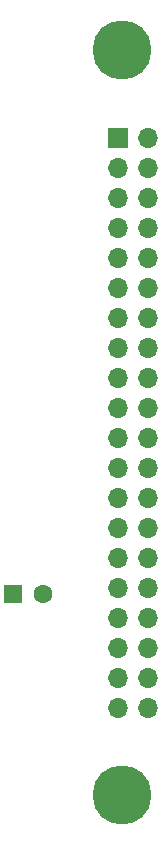
<source format=gbr>
%TF.GenerationSoftware,KiCad,Pcbnew,(6.0.4)*%
%TF.CreationDate,2022-06-04T04:29:55-07:00*%
%TF.ProjectId,pb_orangepi - hori,70625f6f-7261-46e6-9765-7069202d2068,rev?*%
%TF.SameCoordinates,PX9896800PY4d3f640*%
%TF.FileFunction,Copper,L2,Bot*%
%TF.FilePolarity,Positive*%
%FSLAX46Y46*%
G04 Gerber Fmt 4.6, Leading zero omitted, Abs format (unit mm)*
G04 Created by KiCad (PCBNEW (6.0.4)) date 2022-06-04 04:29:55*
%MOMM*%
%LPD*%
G01*
G04 APERTURE LIST*
%TA.AperFunction,ComponentPad*%
%ADD10R,1.600000X1.600000*%
%TD*%
%TA.AperFunction,ComponentPad*%
%ADD11C,1.600000*%
%TD*%
%TA.AperFunction,ComponentPad*%
%ADD12R,1.700000X1.700000*%
%TD*%
%TA.AperFunction,ComponentPad*%
%ADD13O,1.700000X1.700000*%
%TD*%
%TA.AperFunction,ViaPad*%
%ADD14C,5.000000*%
%TD*%
G04 APERTURE END LIST*
D10*
%TO.P,C1,1*%
%TO.N,+3V3*%
X6000000Y-49000000D03*
D11*
%TO.P,C1,2*%
%TO.N,GND*%
X8500000Y-49000000D03*
%TD*%
D12*
%TO.P,J1,1,Pin_1*%
%TO.N,unconnected-(J1-Pad1)*%
X14880000Y-10400000D03*
D13*
%TO.P,J1,2,Pin_2*%
%TO.N,unconnected-(J1-Pad2)*%
X17420000Y-10400000D03*
%TO.P,J1,3,Pin_3*%
%TO.N,unconnected-(J1-Pad3)*%
X14880000Y-12940000D03*
%TO.P,J1,4,Pin_4*%
%TO.N,unconnected-(J1-Pad4)*%
X17420000Y-12940000D03*
%TO.P,J1,5,Pin_5*%
%TO.N,unconnected-(J1-Pad5)*%
X14880000Y-15480000D03*
%TO.P,J1,6,Pin_6*%
%TO.N,unconnected-(J1-Pad6)*%
X17420000Y-15480000D03*
%TO.P,J1,7,Pin_7*%
%TO.N,unconnected-(J1-Pad7)*%
X14880000Y-18020000D03*
%TO.P,J1,8,Pin_8*%
%TO.N,unconnected-(J1-Pad8)*%
X17420000Y-18020000D03*
%TO.P,J1,9,Pin_9*%
%TO.N,unconnected-(J1-Pad9)*%
X14880000Y-20560000D03*
%TO.P,J1,10,Pin_10*%
%TO.N,unconnected-(J1-Pad10)*%
X17420000Y-20560000D03*
%TO.P,J1,11,Pin_11*%
%TO.N,unconnected-(J1-Pad11)*%
X14880000Y-23100000D03*
%TO.P,J1,12,Pin_12*%
%TO.N,unconnected-(J1-Pad12)*%
X17420000Y-23100000D03*
%TO.P,J1,13,Pin_13*%
%TO.N,unconnected-(J1-Pad13)*%
X14880000Y-25640000D03*
%TO.P,J1,14,Pin_14*%
%TO.N,unconnected-(J1-Pad14)*%
X17420000Y-25640000D03*
%TO.P,J1,15,Pin_15*%
%TO.N,unconnected-(J1-Pad15)*%
X14880000Y-28180000D03*
%TO.P,J1,16,Pin_16*%
%TO.N,unconnected-(J1-Pad16)*%
X17420000Y-28180000D03*
%TO.P,J1,17,Pin_17*%
%TO.N,+3V3*%
X14880000Y-30720000D03*
%TO.P,J1,18,Pin_18*%
%TO.N,unconnected-(J1-Pad18)*%
X17420000Y-30720000D03*
%TO.P,J1,19,Pin_19*%
%TO.N,/SPI0_MOSI*%
X14880000Y-33260000D03*
%TO.P,J1,20,Pin_20*%
%TO.N,unconnected-(J1-Pad20)*%
X17420000Y-33260000D03*
%TO.P,J1,21,Pin_21*%
%TO.N,/SPI0_MISO*%
X14880000Y-35800000D03*
%TO.P,J1,22,Pin_22*%
%TO.N,unconnected-(J1-Pad22)*%
X17420000Y-35800000D03*
%TO.P,J1,23,Pin_23*%
%TO.N,/SPI0_CLK*%
X14880000Y-38340000D03*
%TO.P,J1,24,Pin_24*%
%TO.N,/SPI0_CS0*%
X17420000Y-38340000D03*
%TO.P,J1,25,Pin_25*%
%TO.N,GND*%
X14880000Y-40880000D03*
%TO.P,J1,26,Pin_26*%
%TO.N,unconnected-(J1-Pad26)*%
X17420000Y-40880000D03*
%TO.P,J1,27,Pin_27*%
%TO.N,unconnected-(J1-Pad27)*%
X14880000Y-43420000D03*
%TO.P,J1,28,Pin_28*%
%TO.N,unconnected-(J1-Pad28)*%
X17420000Y-43420000D03*
%TO.P,J1,29,Pin_29*%
%TO.N,unconnected-(J1-Pad29)*%
X14880000Y-45960000D03*
%TO.P,J1,30,Pin_30*%
%TO.N,unconnected-(J1-Pad30)*%
X17420000Y-45960000D03*
%TO.P,J1,31,Pin_31*%
%TO.N,unconnected-(J1-Pad31)*%
X14880000Y-48500000D03*
%TO.P,J1,32,Pin_32*%
%TO.N,unconnected-(J1-Pad32)*%
X17420000Y-48500000D03*
%TO.P,J1,33,Pin_33*%
%TO.N,unconnected-(J1-Pad33)*%
X14880000Y-51040000D03*
%TO.P,J1,34,Pin_34*%
%TO.N,unconnected-(J1-Pad34)*%
X17420000Y-51040000D03*
%TO.P,J1,35,Pin_35*%
%TO.N,unconnected-(J1-Pad35)*%
X14880000Y-53580000D03*
%TO.P,J1,36,Pin_36*%
%TO.N,unconnected-(J1-Pad36)*%
X17420000Y-53580000D03*
%TO.P,J1,37,Pin_37*%
%TO.N,unconnected-(J1-Pad37)*%
X14880000Y-56120000D03*
%TO.P,J1,38,Pin_38*%
%TO.N,unconnected-(J1-Pad38)*%
X17420000Y-56120000D03*
%TO.P,J1,39,Pin_39*%
%TO.N,unconnected-(J1-Pad39)*%
X14880000Y-58660000D03*
%TO.P,J1,40,Pin_40*%
%TO.N,unconnected-(J1-Pad40)*%
X17420000Y-58660000D03*
%TD*%
D14*
%TO.N,*%
X15240000Y-2944000D03*
X15240000Y-66060000D03*
%TD*%
M02*

</source>
